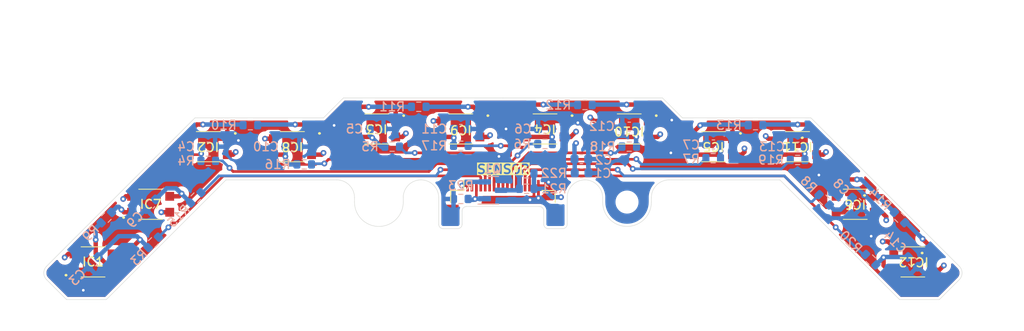
<source format=kicad_pcb>
(kicad_pcb (version 20240108) (generator "pcbnew") (generator_version "8.0")
  (layers (0 "F.Cu" signal) (1 "In1.Cu" signal) (2 "In2.Cu" signal) (31 "B.Cu" signal) (34 "B.Paste" user) (35 "F.Paste" user) (36 "B.SilkS" user "B.Silkscreen") (37 "F.SilkS" user "F.Silkscreen") (38 "B.Mask" user) (39 "F.Mask" user) (44 "Edge.Cuts" user))
  (net 0 "")
  (net 1 "+5V")
  (net 2 "GND")
  (net 3 "Net-(C3-Pad1)")
  (net 4 "Net-(C4-Pad1)")
  (net 5 "Net-(C5-Pad1)")
  (net 6 "Net-(C6-Pad1)")
  (net 7 "Net-(C7-Pad1)")
  (net 8 "Net-(C8-Pad1)")
  (net 9 "Net-(C9-Pad1)")
  (net 10 "Net-(C10-Pad1)")
  (net 11 "Net-(C11-Pad1)")
  (net 12 "Net-(C12-Pad1)")
  (net 13 "Net-(C13-Pad1)")
  (net 14 "Net-(C14-Pad1)")
  (net 15 "Net-(IC1-Pad4)")
  (net 16 "Net-(IC3-Pad4)")
  (net 17 "Net-(IC5-Pad4)")
  (net 18 "Net-(IC8-Pad1)")
  (net 19 "Net-(IC10-Pad1)")
  (net 20 "Net-(IC12-Pad1)")
  (net 21 "Net-(Q1-D)")
  (net 22 "SENSOR1")
  (net 23 "SENSOR3")
  (net 24 "SENSOR5")
  (net 25 "SENSOR7")
  (net 26 "SENSOR9")
  (net 27 "SENSOR11")
  (net 28 "SENSOR2")
  (net 29 "SENSOR4")
  (net 30 "SENSOR6")
  (net 31 "SENSOR8")
  (net 32 "SENSOR10")
  (net 33 "SENSOR12")
  (net 34 "LED_ON")
  (net 35 "Net-(IC2-Pad4)")
  (net 36 "Net-(IC4-Pad4)")
  (net 37 "Net-(IC6-Pad4)")
  (net 38 "Net-(IC7-Pad1)")
  (net 39 "Net-(IC9-Pad1)")
  (net 40 "Net-(IC11-Pad1)")
  (net 41 "Line_4")
  (footprint "Sensor_Optical:KTIR0711S" (layer "F.Cu") (at 67 65)
    (property "Reference" "IC1")
    (property "Value" "~")
  )
  (footprint "Sensor_Optical:KTIR0711S" (layer "F.Cu") (at 108.5 50 180)
    (property "Reference" "IC9")
    (property "Value" "~")
  )
  (footprint "Sensor_Optical:KTIR0711S" (layer "F.Cu") (at 99 50 180)
    (property "Reference" "IC3")
    (property "Value" "~")
  )
  (footprint "Sensor_Optical:KTIR0711S" (layer "F.Cu") (at 73.5 58.5)
    (property "Reference" "IC7")
    (property "Value" "~")
  )
  (footprint "Sensor_Optical:KTIR0711S" (layer "F.Cu") (at 127.5 50 180)
    (property "Reference" "IC10")
    (property "Value" "~")
  )
  (footprint "Sensor_Optical:KTIR0711S" (layer "F.Cu") (at 80 52 180)
    (property "Reference" "IC2")
    (property "Value" "~")
  )
  (footprint "Sensor_Optical:KTIR0711S" (layer "F.Cu") (at 153 58.5 180)
    (property "Reference" "IC6")
    (property "Value" "~")
  )
  (footprint "Sensor_Optical:KTIR0711S" (layer "F.Cu") (at 146.5 52 180)
    (property "Reference" "IC11")
    (property "Value" "~")
  )
  (footprint "Connector_FFC-FPC:Hirose_FH12-17S-0.5SH_1x17-1MP_P0.50mm_Horizontal" (layer "F.Cu") (at 113.25 58.25)
    (property "Reference" "SENSOR")
    (property "Value" "Conn_01x17")
  )
  (footprint "Sensor_Optical:KTIR0711S" (layer "F.Cu") (at 159.5 65 180)
    (property "Reference" "IC12")
    (property "Value" "~")
  )
  (footprint "Sensor_Optical:KTIR0711S" (layer "F.Cu") (at 118 50 180)
    (property "Reference" "IC4")
    (property "Value" "~")
  )
  (footprint "Sensor_Optical:KTIR0711S" (layer "F.Cu") (at 89.5 52 180)
    (property "Reference" "IC8")
    (property "Value" "~")
  )
  (footprint "Sensor_Optical:KTIR0711S" (layer "F.Cu") (at 137 52 180)
    (property "Reference" "IC5")
    (property "Value" "~")
  )
  (footprint "Capacitor_SMD:C_0603_1608Metric" (layer "B.Cu") (at 122.1 53.4 180)
    (property "Reference" "C2")
    (property "Value" "1.0u")
  )
  (footprint "NMOS_new:NMOS_SN" (layer "B.Cu") (at 112 57)
    (property "Reference" "Q1")
    (property "Value" "NMOS")
  )
  (footprint "Capacitor_SMD:C_0603_1608Metric" (layer "B.Cu") (at 122.125 54.975 180)
    (property "Reference" "C1")
    (property "Value" "0.1u")
  )
  (footprint "Resistor_SMD:R_0603_1608Metric" (layer "B.Cu") (at 73.8 62.8 45)
    (property "Reference" "R3")
    (property "Value" "220")
  )
  (footprint "Resistor_SMD:R_0603_1608Metric" (layer "B.Cu") (at 154.75 64.75 135)
    (property "Reference" "R20")
    (property "Value" "220")
  )
  (footprint "Resistor_SMD:R_0603_1608Metric" (layer "B.Cu") (at 115.925 56.75 180)
    (property "Reference" "R21")
    (property "Value" "47")
  )
  (footprint "Resistor_SMD:R_0603_1608Metric" (layer "B.Cu") (at 108.5 51.9)
    (property "Reference" "R17")
    (property "Value" "220")
  )
  (footprint "Resistor_SMD:R_0603_1608Metric" (layer "B.Cu") (at 122.5 47.3)
    (property "Reference" "R12")
    (property "Value" "39")
  )
  (footprint "Resistor_SMD:R_0603_1608Metric" (layer "B.Cu") (at 80 53.6)
    (property "Reference" "R4")
    (property "Value" "220")
  )
  (footprint "Capacitor_SMD:C_0603_1608Metric" (layer "B.Cu") (at 108.5 50)
    (property "Reference" "C11")
    (property "Value" "10n")
  )
  (footprint "Capacitor_SMD:C_0603_1608Metric" (layer "B.Cu") (at 137 51.75 180)
    (property "Reference" "C7")
    (property "Value" "10n")
  )
  (footprint "MountingHole:MountingHole_2.1mm" (layer "B.Cu") (at 127.25 58.25 180)
    (property "Reference" "REF**" (hide yes))
    (property "Value" "MountingHole_2.1mm" (hide yes))
  )
  (footprint "Resistor_SMD:R_0603_1608Metric" (layer "B.Cu") (at 100.75 52)
    (property "Reference" "R5")
    (property "Value" "220")
  )
  (footprint "Capacitor_SMD:C_0603_1608Metric" (layer "B.Cu") (at 118 50 180)
    (property "Reference" "C6")
    (property "Value" "10n")
  )
  (footprint "Resistor_SMD:R_0603_1608Metric" (layer "B.Cu") (at 141.75 49.575)
    (property "Reference" "R13")
    (property "Value" "39")
  )
  (footprint "Resistor_SMD:R_0603_1608Metric" (layer "B.Cu") (at 146.5 53.5 180)
    (property "Reference" "R19")
    (property "Value" "220")
  )
  (footprint "Resistor_SMD:R_0603_1608Metric" (layer "B.Cu") (at 103.75 47.5)
    (property "Reference" "R11")
    (property "Value" "39")
  )
  (footprint "Capacitor_SMD:C_0603_1608Metric" (layer "B.Cu") (at 67 65 -135)
    (property "Reference" "C3")
    (property "Value" "10n")
  )
  (footprint "Resistor_SMD:R_0603_1608Metric" (layer "B.Cu") (at 78.591637 57.758363 45)
    (property "Reference" "R15")
    (property "Value" "220")
  )
  (footprint "MountingHole:MountingHole_2.1mm" (layer "B.Cu") (at 99.25 58.25 180)
    (property "Reference" "REF**" (hide yes))
    (property "Value" "MountingHole_2.1mm" (hide yes))
  )
  (footprint "Capacitor_SMD:C_0603_1608Metric" (layer "B.Cu") (at 89.5 52)
    (property "Reference" "C10")
    (property "Value" "10n")
  )
  (footprint "Resistor_SMD:R_0603_1608Metric" (layer "B.Cu") (at 149.5 58 135)
    (property "Reference" "R8")
    (property "Value" "220")
  )
  (footprint "Resistor_SMD:R_0603_1608Metric" (layer "B.Cu") (at 158 60 -45)
    (property "Reference" "R14")
    (property "Value" "39")
  )
  (footprint "Resistor_SMD:R_0603_1608Metric" (layer "B.Cu") (at 90.825 54)
    (property "Reference" "R16")
    (property "Value" "220")
  )
  (footprint "Capacitor_SMD:C_0603_1608Metric" (layer "B.Cu") (at 80 52)
    (property "Reference" "C4")
    (property "Value" "10n")
  )
  (footprint "Capacitor_SMD:C_0603_1608Metric" (layer "B.Cu") (at 127.5 49.75 180)
    (property "Reference" "C12")
    (property "Value" "10n")
  )
  (footprint "Capacitor_SMD:C_0603_1608Metric" (layer "B.Cu") (at 99 50)
    (property "Reference" "C5")
    (property "Value" "10n")
  )
  (footprint "Resistor_SMD:R_0603_1608Metric" (layer "B.Cu") (at 68.5 60 45)
    (property "Reference" "R9")
    (property "Value" "39")
  )
  (footprint "Resistor_SMD:R_0603_1608Metric" (layer "B.Cu") (at 108.5 57.9)
    (property "Reference" "R23")
    (property "Value" "47K")
  )
  (footprint "Resistor_SMD:R_0603_1608Metric" (layer "B.Cu") (at 84.75 49.575)
    (property "Reference" "R10")
    (property "Value" "39")
  )
  (footprint "Resistor_SMD:R_0603_1608Metric" (layer "B.Cu") (at 127.5 52 180)
    (property "Reference" "R18")
    (property "Value" "220")
  )
  (footprint "Capacitor_SMD:C_0603_1608Metric" (layer "B.Cu") (at 73.5 58.5 -135)
    (property "Reference" "C9")
    (property "Value" "10n")
  )
  (footprint "Capacitor_SMD:C_0603_1608Metric" (layer "B.Cu") (at 146.525 52 180)
    (property "Reference" "C13")
    (property "Value" "10n")
  )
  (footprint "Capacitor_SMD:C_0603_1608Metric" (layer "B.Cu") (at 153.2 58.3 -45)
    (property "Reference" "C8")
    (property "Value" "10n")
  )
  (footprint "Resistor_SMD:R_0603_1608Metric" (layer "B.Cu") (at 115.925 55 180)
    (property "Reference" "R22")
    (property "Value" "47")
  )
  (footprint "Resistor_SMD:R_0603_1608Metric" (layer "B.Cu") (at 118 51.7 180)
    (property "Reference" "R6")
    (property "Value" "220")
  )
  (footprint "Capacitor_SMD:C_0603_1608Metric" (layer "B.Cu") (at 159.5 65 -45)
    (property "Reference" "C14")
    (property "Value" "10n")
  )
  (footprint "Resistor_SMD:R_0603_1608Metric" (layer "B.Cu") (at 136.975 53.3 180)
    (property "Reference" "R7")
    (property "Value" "220")
  )
  (gr_line (start 96.9 50.9) (end 97.1 50.9) (stroke (width 0.2)) (layer "F.Cu") (net 5))
  (gr_line (start 94.5 55.75) (end 93 55.75) (stroke (width 0.05)) (layer "Edge.Cuts"))
  (gr_arc (start 104 55.75) (mid 105.414214 56.335786) (end 106 57.75) (stroke (width 0.05)) (layer "Edge.Cuts"))
  (gr_line (start 93 48.75) (end 95.25 46.5) (stroke (width 0.05)) (layer "Edge.Cuts"))
  (gr_line (start 78.5 48.75) (end 93 48.75) (stroke (width 0.05)) (layer "Edge.Cuts"))
  (gr_line (start 96.5 58.25) (end 96.5 57.75) (stroke (width 0.05)) (layer "Edge.Cuts"))
  (gr_arc (start 117.353553 58.75) (mid 117.707137 58.89643) (end 117.853553 59.25) (stroke (width 0.05)) (layer "Edge.Cuts"))
  (gr_arc (start 102 57.75) (mid 102.585786 56.335786) (end 104 55.75) (stroke (width 0.05)) (layer "Edge.Cuts"))
  (gr_arc (start 122.5 55.75) (mid 123.914214 56.335786) (end 124.5 57.75) (stroke (width 0.05)) (layer "Edge.Cuts"))
  (gr_arc (start 164.75 65.5) (mid 165.06066 66.25) (end 164.75 67) (stroke (width 0.05)) (layer "Edge.Cuts"))
  (gr_line (start 133.5 48.75) (end 131.25 46.5) (stroke (width 0.05)) (layer "Edge.Cuts"))
  (gr_line (start 148 48.75) (end 164.75 65.5) (stroke (width 0.05)) (layer "Edge.Cuts"))
  (gr_line (start 144.5 55.75) (end 158 69.25) (stroke (width 0.05)) (layer "Edge.Cuts"))
  (gr_line (start 108.646447 59.253553) (end 108.646447 60.75) (stroke (width 0.05)) (layer "Edge.Cuts"))
  (gr_arc (start 118.353553 61.25) (mid 118.00003 61.103537) (end 117.853553 60.75) (stroke (width 0.05)) (layer "Edge.Cuts"))
  (gr_line (start 148 48.75) (end 133.5 48.75) (stroke (width 0.05)) (layer "Edge.Cuts"))
  (gr_line (start 130 57.75) (end 130 58.25) (stroke (width 0.05)) (layer "Edge.Cuts"))
  (gr_line (start 78.5 48.75) (end 61.75 65.5) (stroke (width 0.05)) (layer "Edge.Cuts"))
  (gr_line (start 133.5 55.75) (end 144.5 55.75) (stroke (width 0.05)) (layer "Edge.Cuts"))
  (gr_line (start 82 55.75) (end 68.5 69.25) (stroke (width 0.05)) (layer "Edge.Cuts"))
  (gr_line (start 64 69.25) (end 61.75 67) (stroke (width 0.05)) (layer "Edge.Cuts"))
  (gr_line (start 120.5 57.75) (end 120.5 60.75) (stroke (width 0.05)) (layer "Edge.Cuts"))
  (gr_arc (start 106.5 61.25) (mid 106.146447 61.103553) (end 106 60.75) (stroke (width 0.05)) (layer "Edge.Cuts"))
  (gr_arc (start 94.5 55.75) (mid 95.914214 56.335786) (end 96.5 57.75) (stroke (width 0.05)) (layer "Edge.Cuts"))
  (gr_line (start 120 61.25) (end 118.5 61.25) (stroke (width 0.05)) (layer "Edge.Cuts"))
  (gr_line (start 68.5 69.25) (end 64 69.25) (stroke (width 0.05)) (layer "Edge.Cuts"))
  (gr_arc (start 120.5 60.75) (mid 120.353553 61.103553) (end 120 61.25) (stroke (width 0.05)) (layer "Edge.Cuts"))
  (gr_line (start 124.5 58.25) (end 124.5 57.75) (stroke (width 0.05)) (layer "Edge.Cuts"))
  (gr_line (start 164.75 67) (end 162.5 69.25) (stroke (width 0.05)) (layer "Edge.Cuts"))
  (gr_arc (start 120.5 57.75) (mid 121.085786 56.335786) (end 122.5 55.75) (stroke (width 0.05)) (layer "Edge.Cuts"))
  (gr_arc (start 130 57.75) (mid 130.585786 56.335786) (end 132 55.75) (stroke (width 0.05)) (layer "Edge.Cuts"))
  (gr_line (start 95.25 46.5) (end 113.25 46.5) (stroke (width 0.05)) (layer "Edge.Cuts"))
  (gr_line (start 133.5 55.75) (end 132 55.75) (stroke (width 0.05)) (layer "Edge.Cuts"))
  (gr_arc (start 130 58.25) (mid 127.25 61) (end 124.5 58.25) (stroke (width 0.05)) (layer "Edge.Cuts"))
  (gr_line (start 108 61.25) (end 106.5 61.25) (stroke (width 0.05)) (layer "Edge.Cuts"))
  (gr_arc (start 108.646447 60.75) (mid 108.500003 61.10357) (end 108.146447 61.25) (stroke (width 0.05)) (layer "Edge.Cuts"))
  (gr_line (start 93 55.75) (end 82 55.75) (stroke (width 0.05)) (layer "Edge.Cuts"))
  (gr_line (start 106 57.75) (end 106 60.75) (stroke (width 0.05)) (layer "Edge.Cuts"))
  (gr_line (start 118.5 61.25) (end 118.353553 61.25) (stroke (width 0.05)) (layer "Edge.Cuts"))
  (gr_line (start 108 61.25) (end 108.146447 61.25) (stroke (width 0.05)) (layer "Edge.Cuts"))
  (gr_arc (start 108.646447 59.25) (mid 108.792896 58.896463) (end 109.146447 58.75) (stroke (width 0.05)) (layer "Edge.Cuts"))
  (gr_arc (start 102 58.25) (mid 99.25 61) (end 96.5 58.25) (stroke (width 0.05)) (layer "Edge.Cuts"))
  (gr_line (start 117.853553 60.75) (end 117.853553 59.25) (stroke (width 0.05)) (layer "Edge.Cuts"))
  (gr_line (start 109.146447 58.75) (end 117.353553 58.75) (stroke (width 0.05)) (layer "Edge.Cuts"))
  (gr_line (start 158 69.25) (end 162.5 69.25) (stroke (width 0.05)) (layer "Edge.Cuts"))
  (gr_line (start 131.25 46.5) (end 113.25 46.5) (stroke (width 0.05)) (layer "Edge.Cuts"))
  (gr_line (start 102 58.25) (end 102 57.75) (stroke (width 0.05)) (layer "Edge.Cuts"))
  (gr_arc (start 61.75 67) (mid 61.43934 66.25) (end 61.75 65.5) (stroke (width 0.05)) (layer "Edge.Cuts"))
  (segment (start 116.75 57.55) (end 116.3 58) (width 0.3) (layer "F.Cu") (net 1))
  (segment (start 116.75 56.4) (end 116.75 57.55) (width 0.3) (layer "F.Cu") (net 1))
  (segment (start 117.25 56.4) (end 116.75 56.4) (width 0.3) (layer "F.Cu") (net 1))
  (segment (start 117.25 57.8) (end 117.25 56.4) (width 0.3) (layer "F.Cu") (net 1))
  (segment (start 117.8 57.8) (end 118.4 57.2) (width 0.3) (layer "F.Cu") (net 1))
  (segment (start 117.25 57.8) (end 117.8 57.8) (width 0.3) (layer "F.Cu") (net 1))
  (segment (start 118.4 57.2) (end 118.4 56) (width 0.3) (layer "F.Cu") (net 1))
  (via (at 132.2 52.7) (size 0.65) (drill 0.3) (layers "F.Cu" "B.Cu") (net 1))
  (via (at 117.25 57.8) (size 0.65) (drill 0.3) (layers "F.Cu" "B.Cu") (net 1))
  (via (at 113.6 50) (size 0.65) (drill 0.3) (layers "F.Cu" "B.Cu") (net 1))
  (via (at 83.4 51.3) (size 0.6) (drill 0.3) (layers "F.Cu" "B.Cu") (net 1))
  (via (at 132.3 49) (size 0.65) (drill 0.3) (layers "F.Cu" "B.Cu") (net 1))
  (via (at 116.3 58) (size 0.65) (drill 0.3) (layers "F.Cu" "B.Cu") (net 1))
  (via (at 112.8 53.1) (size 0.65) (drill 0.3) (layers "F.Cu" "B.Cu") (net 1))
  (via (at 154.8 62.1) (size 0.65) (drill 0.3) (layers "F.Cu" "B.Cu") (net 1))
  (via (at 148.9 55.2) (size 0.65) (drill 0.3) (layers "F.Cu" "B.Cu") (net 1))
  (via (at 94.2 49.6) (size 0.65) (drill 0.3) (layers "F.Cu" "B.Cu") (net 1))
  (via (at 121.7 49.3) (size 0.65) (drill 0.3) (layers "F.Cu" "B.Cu") (net 1))
  (via (at 118.4 56) (size 0.6) (drill 0.3) (layers "F.Cu" "B.Cu") (net 1))
  (via (at 65.9 68.2) (size 0.6) (drill 0.3) (layers "F.Cu" "B.Cu") (net 1))
  (segment (start 108.625 56.4) (end 109.25 56.4) (width 0.3) (layer "F.Cu") (net 2))
  (segment (start 156 59.4) (end 156.3 59.7) (width 0.5) (layer "F.Cu") (net 2))
  (segment (start 102.3 50.5) (end 101.9 50.9) (width 0.5) (layer "F.Cu") (net 2))
  (segment (start 91.65 52.9) (end 92.8 52.9) (width 0.5) (layer "F.Cu") (net 2))
  (segment (start 70.4 57.91066) (end 70.40533 57.90533) (width 0.5) (layer "F.Cu") (net 2))
  (segment (start 148.65 52.9) (end 149.4 52.9) (width 0.5) (layer "F.Cu") (net 2))
  (segment (start 70.41066 57.9) (end 70.4 57.9) (width 0.5) (layer "F.Cu") (net 2))
  (segment (start 155.15 59.4) (end 156 59.4) (width 0.5) (layer "F.Cu") (net 2))
  (segment (start 161.65 65.9) (end 162.5 65.9) (width 0.5) (layer "F.Cu") (net 2))
  (segment (start 101.9 50.9) (end 101.15 50.9) (width 0.5) (layer "F.Cu") (net 2))
  (segment (start 140.2 52.9) (end 140.5 52.6) (width 0.5) (layer "F.Cu") (net 2))
  (segment (start 120.9 50.9) (end 120.15 50.9) (width 0.5) (layer "F.Cu") (net 2))
  (segment (start 64.85 64.099999) (end 64.210661 64.099999) (width 0.5) (layer "F.Cu") (net 2))
  (segment (start 156.3 59.7) (end 156.5 59.9) (width 0.5) (layer "F.Cu") (net 2))
  (segment (start 63.8 64.51066) (end 63.75533 64.55533) (width 0.5) (layer "F.Cu") (net 2))
  (segment (start 129.65 50.9) (end 130.7 50.9) (width 0.5) (layer "F.Cu") (net 2))
  (segment (start 130.7 50.9) (end 131 50.6) (width 0.5) (layer "F.Cu") (net 2))
  (segment (start 64.210661 64.099999) (end 63.81066 64.5) (width 0.5) (layer "F.Cu") (net 2))
  (segment (start 139.15 52.9) (end 140.2 52.9) (width 0.5) (layer "F.Cu") (net 2))
  (segment (start 140.5 52.6) (end 140.5 52.2) (width 0.5) (layer "F.Cu") (net 2))
  (segment (start 149.4 52.9) (end 149.7 52.6) (width 0.5) (layer "F.Cu") (net 2))
  (segment (start 92.8 52.9) (end 93 52.7) (width 0.5) (layer "F.Cu") (net 2))
  (segment (start 121.5 50.3) (end 120.9 50.9) (width 0.5) (layer "F.Cu") (net 2))
  (segment (start 63.8 64.5) (end 63.8 64.51066) (width 0.5) (layer "F.Cu") (net 2))
  (segment (start 111.6 50.9) (end 111.8 50.7) (width 0.5) (layer "F.Cu") (net 2))
  (segment (start 63.81066 64.5) (end 63.8 64.5) (width 0.5) (layer "F.Cu") (net 2))
  (segment (start 109.25 56.4) (end 109.75 56.4) (width 0.3) (layer "F.Cu") (net 2))
  (segment (start 70.4 57.9) (end 70.4 57.91066) (width 0.5) (layer "F.Cu") (net 2))
  (segment (start 156.5 59.9) (end 156.5 60.3) (width 0.5) (layer "F.Cu") (net 2))
  (segment (start 110.65 50.9) (end 111.6 50.9) (width 0.5) (layer "F.Cu") (net 2))
  (segment (start 82.15 52.900001) (end 82.799999 52.900001) (width 0.5) (layer "F.Cu") (net 2))
  (segment (start 162.5 65.9) (end 163 65.4) (width 0.5) (layer "F.Cu") (net 2))
  (segment (start 71.35 57.6) (end 70.71066 57.6) (width 0.5) (layer "F.Cu") (net 2))
  (segment (start 70.71066 57.6) (end 70.41066 57.9) (width 0.5) (layer "F.Cu") (net 2))
  (segment (start 82.799999 52.900001) (end 83.1 52.6) (width 0.5) (layer "F.Cu") (net 2))
  (via (at 163 65.4) (size 0.65) (drill 0.3) (layers "F.Cu" "B.Cu") (net 2))
  (via (at 131 50.6) (size 0.65) (drill 0.3) (layers "F.Cu" "B.Cu") (net 2))
  (via (at 83.1 52.6) (size 0.65) (drill 0.3) (layers "F.Cu" "B.Cu") (net 2))
  (via (at 102.3 50.5) (size 0.65) (drill 0.3) (layers "F.Cu" "B.Cu") (net 2))
  (via (at 111.8 50.7) (size 0.65) (drill 0.3) (layers "F.Cu" "B.Cu") (net 2))
  (via (at 121.5 51.6) (size 0.65) (drill 0.3) (layers "F.Cu" "B.Cu") (net 2))
  (via (at 156.5 60.3) (size 0.65) (drill 0.3) (layers "F.Cu" "B.Cu") (net 2))
  (via (at 121.5 50.3) (size 0.65) (drill 0.3) (layers "F.Cu" "B.Cu") (net 2))
  (via (at 63.8 64.5) (size 0.65) (drill 0.3) (layers "F.Cu" "B.Cu") (net 2))
  (via (at 140.5 52.2) (size 0.65) (drill 0.3) (layers "F.Cu" "B.Cu") (net 2))
  (via (at 108.625 56.4) (size 0.65) (drill 0.3) (layers "F.Cu" "B.Cu") (net 2))
  (via (at 149.7 52.6) (size 0.65) (drill 0.3) (layers "F.Cu" "B.Cu") (net 2))
  (via (at 93 52.7) (size 0.65) (drill 0.3) (layers "F.Cu" "B.Cu") (net 2))
  (via (at 70.4 57.9) (size 0.65) (drill 0.3) (layers "F.Cu" "B.Cu") (net 2))
  (segment (start 121.5 51.6) (end 121.325 51.775) (width 0.5) (layer "B.Cu") (net 2))
  (segment (start 121.35 54.975) (end 121.35 53.425) (width 0.5) (layer "B.Cu") (net 2))
  (segment (start 111.1745 55.972) (end 109.053 55.972) (width 0.5) (layer "B.Cu") (net 2))
  (segment (start 121.325 51.775) (end 121.325 53.4) (width 0.5) (layer "B.Cu") (net 2))
  (segment (start 109.053 55.972) (end 108.625 56.4) (width 0.5) (layer "B.Cu") (net 2))
  (segment (start 69.15 64.099999) (end 70.700001 64.099999) (width 0.5) (layer "F.Cu") (net 3))
  (segment (start 70.700001 64.099999) (end 72.3 62.5) (width 0.5) (layer "F.Cu") (net 3))
  (via (at 72.3 62.5) (size 0.65) (drill 0.3) (layers "F.Cu" "B.Cu") (net 3))
  (segment (start 67.548008 64.451992) (end 69.9 62.1) (width 0.5) (layer "B.Cu") (net 3))
  (segment (start 72.3 62.5) (end 72.333452 62.5) (width 0.5) (layer "B.Cu") (net 3))
  (segment (start 71.933452 62.1) (end 72.3 62.466548) (width 0.5) (layer "B.Cu") (net 3))
  (segment (start 72.333452 62.5) (end 73.166726 63.333274) (width 0.5) (layer "B.Cu") (net 3))
  (segment (start 69.9 62.1) (end 71.933452 62.1) (width 0.5) (layer "B.Cu") (net 3))
  (segment (start 72.3 62.466548) (end 72.3 62.5) (width 0.5) (layer "B.Cu") (net 3))
  (segment (start 77.85 52.900001) (end 79.099999 52.900001) (width 0.3) (layer "F.Cu") (net 4))
  (segment (start 79.099999 52.900001) (end 79.2 52.8) (width 0.3) (layer "F.Cu") (net 4))
  (via (at 79.2 52.8) (size 0.65) (drill 0.3) (layers "F.Cu" "B.Cu") (net 4))
  (segment (start 79.2 52.8) (end 79.175 52.775) (width 0.3) (layer "B.Cu") (net 4))
  (segment (start 79.175 52.05) (end 79.225 52) (width 0.3) (layer "B.Cu") (net 4))
  (segment (start 79.175 52.825) (end 79.2 52.8) (width 0.3) (layer "B.Cu") (net 4))
  (segment (start 79.175 53.6) (end 79.175 52.825) (width 0.3) (layer "B.Cu") (net 4))
  (segment (start 79.175 52.775) (end 79.175 52.05) (width 0.3) (layer "B.Cu") (net 4))
  (segment (start 97.1 50.9) (end 98.4 50.9) (width 0.5) (layer "F.Cu") (net 5))
  (segment (start 98.4 50.9) (end 98.5 51) (width 0.5) (layer "F.Cu") (net 5))
  (via (at 98.5 51) (size 0.65) (drill 0.3) (layers "F.Cu" "B.Cu") (net 5))
  (segment (start 98.5 51) (end 98.225 50.725) (width 0.5) (layer "B.Cu") (net 5))
  (segment (start 99.925 52) (end 99.5 52) (width 0.5) (layer "B.Cu") (net 5))
  (segment (start 98.225 50.725) (end 98.225 50) (width 0.5) (layer "B.Cu") (net 5))
  (segment (start 99.5 52) (end 98.5 51) (width 0.5) (layer "B.Cu") (net 5))
  (segment (start 115.85 50.9) (end 118.8 50.9) (width 0.5) (layer "F.Cu") (net 6))
  (via (at 118.8 50.9) (size 0.65) (drill 0.3) (layers "F.Cu" "B.Cu") (net 6))
  (segment (start 118.775 50) (end 118.775 50.875) (width 0.5) (layer "B.Cu") (net 6))
  (segment (start 118.8 50.9) (end 118.775 50.925) (width 0.5) (layer "B.Cu") (net 6))
  (segment (start 118.775 50.925) (end 118.775 51.65) (width 0.5) (layer "B.Cu") (net 6))
  (segment (start 118.775 50.875) (end 118.8 50.9) (width 0.5) (layer "B.Cu") (net 6))
  (segment (start 134.85 52.9) (end 137.4 52.9) (width 0.5) (layer "F.Cu") (net 7))
  (segment (start 137.4 52.9) (end 137.8 52.5) (width 0.5) (layer "F.Cu") (net 7))
  (via (at 137.8 52.5) (size 0.65) (drill 0.3) (layers "F.Cu" "B.Cu") (net 7))
  (segment (start 137.8 52.5) (end 137.775 52.525) (width 0.5) (layer "B.Cu") (net 7))
  (segment (start 137.775 52.475) (end 137.8 52.5) (width 0.5) (layer "B.Cu") (net 7))
  (segment (start 137.775 51.75) (end 137.775 52.475) (width 0.5) (layer "B.Cu") (net 7))
  (segment (start 137.775 52.525) (end 137.775 53.275) (width 0.5) (layer "B.Cu") (net 7))
  (segment (start 152.014492 58.414492) (end 152.014492 59.085508) (width 0.5) (layer "F.Cu") (net 8))
  (segment (start 152.014492 59.085508) (end 151.7 59.4) (width 0.5) (layer "F.Cu") (net 8))
  (segment (start 151.7 59.4) (end 150.85 59.4) (width 0.5) (layer "F.Cu") (net 8))
  (via (at 152.014492 58.414492) (size 0.65) (drill 0.3) (layers "F.Cu" "B.Cu") (net 8))
  (segment (start 152.014492 58.414492) (end 152.476992 57.951992) (width 0.5) (layer "B.Cu") (net 8))
  (segment (start 152.014492 58.414492) (end 151.328984 59.1) (width 0.5) (layer "B.Cu") (net 8))
  (segment (start 150.6 59.1) (end 150.083363 58.583363) (width 0.5) (layer "B.Cu") (net 8))
  (segment (start 151.328984 59.1) (end 150.6 59.1) (width 0.5) (layer "B.Cu") (net 8))
  (segment (start 75.65 57.6) (end 76.7 57.6) (width 0.5) (layer "F.Cu") (net 9))
  (segment (start 76.7 57.6) (end 77 57.3) (width 0.5) (layer "F.Cu") (net 9))
  (via (at 77 57.3) (size 0.65) (drill 0.3) (layers "F.Cu" "B.Cu") (net 9))
  (segment (start 74.048008 57.951992) (end 75.3 56.7) (width 0.5) (layer "B.Cu") (net 9))
  (segment (start 76.366548 56.7) (end 76.966548 57.3) (width 0.5) (layer "B.Cu") (net 9))
  (segment (start 77 57.3) (end 77 57.333452) (width 0.5) (layer "B.Cu") (net 9))
  (segment (start 76.966548 57.3) (end 77 57.3) (width 0.5) (layer "B.Cu") (net 9))
  (segment (start 77 57.333452) (end 78.083274 58.416726) (width 0.5) (layer "B.Cu") (net 9))
  (segment (start 75.3 56.7) (end 76.366548 56.7) (width 0.5) (layer "B.Cu") (net 9))
  (segment (start 87.35 52.9) (end 88.5 52.9) (width 0.5) (layer "F.Cu") (net 10))
  (segment (start 88.5 52.9) (end 88.7 53.1) (width 0.5) (layer "F.Cu") (net 10))
  (via (at 88.7 53.1) (size 0.65) (drill 0.3) (layers "F.Cu" "B.Cu") (net 10))
  (segment (start 88.725 53.075) (end 88.725 52) (width 0.5) (layer "B.Cu") (net 10))
  (segment (start 88.7 53.1) (end 88.725 53.075) (width 0.5) (layer "B.Cu") (net 10))
  (segment (start 88.725 53.125) (end 88.7 53.1) (width 0.5) (layer "B.Cu") (net 10))
  (segment (start 90 54) (end 89.2 54) (width 0.5) (layer "B.Cu") (net 10))
  (segment (start 88.725 53.525) (end 88.725 53.125) (width 0.5) (layer "B.Cu") (net 10))
  (segment (start 89.2 54) (end 88.725 53.525) (width 0.5) (layer "B.Cu") (net 10))
  (segment (start 107.6 50.9) (end 107.7 51) (width 0.5) (layer "F.Cu") (net 11))
  (segment (start 106.35 50.9) (end 107.6 50.9) (width 0.5) (layer "F.Cu") (net 11))
  (via (at 107.7 51) (size 0.65) (drill 0.3) (layers "F.Cu" "B.Cu") (net 11))
  (segment (start 107.725 50.975) (end 107.7 51) (width 0.5) (layer "B.Cu") (net 11))
  (segment (start 107.725 50) (end 107.725 50.975) (width 0.5) (layer "B.Cu") (net 11))
  (segment (start 107.7 51) (end 107.725 51.025) (width 0.5) (layer "B.Cu") (net 11))
  (segment (start 107.725 51.025) (end 107.725 51.85) (width 0.5) (layer "B.Cu") (net 11))
  (segment (start 125.35 50.9) (end 128.3 50.9) (width 0.5) (layer "F.Cu") (net 12))
  (via (at 128.3 50.9) (size 0.65) (drill 0.3) (layers "F.Cu" "B.Cu") (net 12))
  (segment (start 128.3 50.9) (end 128.275 50.925) (width 0.5) (layer "B.Cu") (net 12))
  (segment (start 128.275 49.75) (end 128.275 50.875) (width 0.5) (layer "B.Cu") (net 12))
  (segment (start 128.275 50.925) (end 128.275 51.95) (width 0.5) (layer "B.Cu") (net 12))
  (segment (start 128.275 50.875) (end 128.3 50.9) (width 0.5) (layer "B.Cu") (net 12))
  (segment (start 147.2 52.9) (end 147.3 52.8) (width 0.5) (layer "F.Cu") (net 13))
  (segment (start 144.35 52.9) (end 147.2 52.9) (width 0.5) (layer "F.Cu") (net 13))
  (via (at 147.3 52.8) (size 0.65) (drill 0.3) (layers "F.Cu" "B.Cu") (net 13))
  (segment (start 147.3 52.8) (end 147.3 53.475) (width 0.5) (layer "B.Cu") (net 13))
  (segment (start 147.3 52) (end 147.3 52.8) (width 0.5) (layer "B.Cu") (net 13))
  (segment (start 156.2 65.4) (end 156.2 64.5) (width 0.5) (layer "F.Cu") (net 14))
  (segment (start 156.7 65.9) (end 156.2 65.4) (width 0.5) (layer "F.Cu") (net 14))
  (segment (start 157.35 65.9) (end 156.7 65.9) (width 0.5) (layer "F.Cu") (net 14))
  (via (at 156.2 64.5) (size 0.65) (drill 0.3) (layers "F.Cu" "B.Cu") (net 14))
  (segment (start 156.2 64.5) (end 156.166726 64.5) (width 0.5) (layer "B.Cu") (net 14))
  (segment (start 156.166726 64.5) (end 155.333363 65.333363) (width 0.5) (layer "B.Cu") (net 14))
  (segment (start 158.951992 64.451992) (end 156.214734 64.451992) (width 0.5) (layer "B.Cu") (net 14))
  (segment (start 156.214734 64.451992) (end 156.2 64.466726) (width 0.5) (layer "B.Cu") (net 14))
  (segment (start 156.2 64.466726) (end 156.2 64.5) (width 0.5) (layer "B.Cu") (net 14))
  (segment (start 67.3 62.5) (end 67.3 64.050001) (width 0.5) (layer "F.Cu") (net 15))
  (segment (start 67.3 64.050001) (end 69.15 65.900001) (width 0.5) (layer "F.Cu") (net 15))
  (via (at 67.3 62.5) (size 0.65) (drill 0.3) (layers "F.Cu" "B.Cu") (net 15))
  (segment (start 67.3 61.2) (end 67.916637 60.583363) (width 0.5) (layer "B.Cu") (net 15))
  (segment (start 67.3 62.5) (end 67.3 61.2) (width 0.5) (layer "B.Cu") (net 15))
  (segment (start 96.85 47.95) (end 96.85 49.1) (width 0.5) (layer "F.Cu") (net 16))
  (segment (start 98.1 47.5) (end 97.3 47.5) (width 0.5) (layer "F.Cu") (net 16))
  (segment (start 97.3 47.5) (end 96.85 47.95) (width 0.5) (layer "F.Cu") (net 16))
  (via (at 98.1 47.5) (size 0.65) (drill 0.3) (layers "F.Cu" "B.Cu") (net 16))
  (segment (start 102.925 47.5) (end 98.1 47.5) (width 0.5) (layer "B.Cu") (net 16))
  (segment (start 134.85 51.1) (end 134.85 50.25) (width 0.5) (layer "F.Cu") (net 17))
  (segment (start 134.85 50.25) (end 135.5 49.6) (width 0.5) (layer "F.Cu") (net 17))
  (via (at 135.5 49.6) (size 0.65) (drill 0.3) (layers "F.Cu" "B.Cu") (net 17))
  (segment (start 135.6 49.5) (end 140.925 49.5) (width 0.5) (layer "B.Cu") (net 17))
  (segment (start 135.5 49.6) (end 135.6 49.5) (width 0.5) (layer "B.Cu") (net 17))
  (segment (start 89.8 49.5) (end 91.2 49.5) (width 0.5) (layer "F.Cu") (net 18))
  (segment (start 91.65 49.95) (end 91.65 51.1) (width 0.5) (layer "F.Cu") (net 18))
  (segment (start 91.2 49.5) (end 91.65 49.95) (width 0.5) (layer "F.Cu") (net 18))
  (via (at 89.8 49.5) (size 0.65) (drill 0.3) (layers "F.Cu" "B.Cu") (net 18))
  (segment (start 85.575 49.5) (end 89.8 49.5) (width 0.5) (layer "B.Cu") (net 18))
  (segment (start 129.65 48.15) (end 129.65 49.1) (width 0.5) (layer "F.Cu") (net 19))
  (segment (start 127.2 47.25) (end 128.75 47.25) (width 0.5) (layer "F.Cu") (net 19))
  (segment (start 128.75 47.25) (end 129.65 48.15) (width 0.5) (layer "F.Cu") (net 19))
  (via (at 127.2 47.25) (size 0.65) (drill 0.3) (layers "F.Cu" "B.Cu") (net 19))
  (segment (start 127.2 47.25) (end 123.325 47.25) (width 0.5) (layer "B.Cu") (net 19))
  (segment (start 161.65 64.1) (end 161.65 63.45) (width 0.5) (layer "F.Cu") (net 20))
  (segment (start 161.65 63.45) (end 160.6 62.4) (width 0.5) (layer "F.Cu") (net 20))
  (via (at 160.6 62.4) (size 0.65) (drill 0.3) (layers "F.Cu" "B.Cu") (net 20))
  (segment (start 158.783363 60.583363) (end 160.6 62.4) (width 0.5) (layer "B.Cu") (net 20))
  (segment (start 114.928 56.922) (end 115.1 56.75) (width 0.5) (layer "B.Cu") (net 21))
  (segment (start 113.0495 56.922) (end 114.928 56.922) (width 0.5) (layer "B.Cu") (net 21))
  (segment (start 115.1 56.75) (end 115.1 55) (width 0.5) (layer "B.Cu") (net 21))
  (segment (start 76 60.6) (end 76.4 60.6) (width 0.3) (layer "F.Cu") (net 22))
  (segment (start 110.75 55.45) (end 110.75 56.4) (width 0.3) (layer "F.Cu") (net 22))
  (segment (start 75.5 61.1) (end 76 60.6) (width 0.3) (layer "F.Cu") (net 22))
  (segment (start 76.4 60.6) (end 81.7 55.3) (width 0.3) (layer "F.Cu") (net 22))
  (segment (start 110.6 55.3) (end 110.75 55.45) (width 0.3) (layer "F.Cu") (net 22))
  (segment (start 81.7 55.3) (end 110.6 55.3) (width 0.3) (layer "F.Cu") (net 22))
  (via (at 75.5 61.1) (size 0.65) (drill 0.3) (layers "F.Cu" "B.Cu") (net 22))
  (segment (start 75.5 61.1) (end 74.383363 62.216637) (width 0.3) (layer "B.Cu") (net 22))
  (segment (start 110.639214 53.925) (end 105.775 53.925) (width 0.3) (layer "F.Cu") (net 23))
  (segment (start 111.75 56.4) (end 111.75 55.035786) (width 0.3) (layer "F.Cu") (net 23))
  (segment (start 111.75 55.035786) (end 110.639214 53.925) (width 0.3) (layer "F.Cu") (net 23))
  (segment (start 105.775 53.925) (end 104.9 54.8) (width 0.3) (layer "F.Cu") (net 23))
  (segment (start 104.9 54.8) (end 82.8 54.8) (width 0.3) (layer "F.Cu") (net 23))
  (segment (start 82.8 54.8) (end 82.4 54.4) (width 0.3) (layer "F.Cu") (net 23))
  (via (at 82.4 54.4) (size 0.65) (drill 0.3) (layers "F.Cu" "B.Cu") (net 23))
  (segment (start 81.6 53.6) (end 82.4 54.4) (width 0.3) (layer "B.Cu") (net 23))
  (segment (start 80.825 53.6) (end 81.6 53.6) (width 0.3) (layer "B.Cu") (net 23))
  (segment (start 110.828427 52.7) (end 103.3 52.7) (width 0.3) (layer "F.Cu") (net 24))
  (segment (start 112.75 56.4) (end 112.75 54.621573) (width 0.3) (layer "F.Cu") (net 24))
  (segment (start 103.3 52.7) (end 103.2 52.7) (width 0.3) (layer "F.Cu") (net 24))
  (segment (start 112.75 54.621573) (end 110.828427 52.7) (width 0.3) (layer "F.Cu") (net 24))
  (via (at 103.3 52.7) (size 0.65) (drill 0.3) (layers "F.Cu" "B.Cu") (net 24))
  (segment (start 102.275 52.7) (end 101.575 52) (width 0.3) (layer "B.Cu") (net 24))
  (segment (start 103.3 52.7) (end 102.275 52.7) (width 0.3) (layer "B.Cu") (net 24))
  (segment (start 114.9 53) (end 113.75 54.15) (width 0.3) (layer "F.Cu") (net 25))
  (segment (start 113.75 54.15) (end 113.75 56.4) (width 0.3) (layer "F.Cu") (net 25))
  (via (at 114.9 53) (size 0.65) (drill 0.3) (layers "F.Cu" "B.Cu") (net 25))
  (segment (start 117.175 51.7) (end 116.2 51.7) (width 0.3) (layer "B.Cu") (net 25))
  (segment (start 116.2 51.7) (end 114.9 53) (width 0.3) (layer "B.Cu") (net 25))
  (segment (start 128.275 53.425) (end 128.3 53.4) (width 0.3) (layer "F.Cu") (net 26))
  (segment (start 116.153679 53.425) (end 128.275 53.425) (width 0.3) (layer "F.Cu") (net 26))
  (segment (start 114.75 54.828679) (end 116.153679 53.425) (width 0.3) (layer "F.Cu") (net 26))
  (segment (start 114.75 56.4) (end 114.75 54.828679) (width 0.3) (layer "F.Cu") (net 26))
  (segment (start 128.3 53.4) (end 128.325 53.425) (width 0.3) (layer "F.Cu") (net 26))
  (via (at 128.3 53.4) (size 0.65) (drill 0.3) (layers "F.Cu" "B.Cu") (net 26))
  (segment (start 128.9 54) (end 135.45 54) (width 0.3) (layer "B.Cu") (net 26))
  (segment (start 128.3 53.4) (end 128.9 54) (width 0.3) (layer "B.Cu") (net 26))
  (segment (start 135.45 54) (end 136.15 53.3) (width 0.3) (layer "B.Cu") (net 26))
  (segment (start 115.75 55.242893) (end 115.75 56.4) (width 0.3) (layer "F.Cu") (net 27))
  (segment (start 126.2 54.6) (end 116.392893 54.6) (width 0.3) (layer "F.Cu") (net 27))
  (segment (start 116.392893 54.6) (end 115.75 55.242893) (width 0.3) (layer "F.Cu") (net 27))
  (via (at 126.2 54.6) (size 0.65) (drill 0.3) (layers "F.Cu" "B.Cu") (net 27))
  (segment (start 148.133274 58.2) (end 147.9 58.2) (width 0.3) (layer "B.Cu") (net 27))
  (segment (start 145 55.3) (end 126.9 55.3) (width 0.3) (layer "B.Cu") (net 27))
  (segment (start 148.916637 57.416637) (end 148.133274 58.2) (width 0.3) (layer "B.Cu") (net 27))
  (segment (start 147.9 58.2) (end 145 55.3) (width 0.3) (layer "B.Cu") (net 27))
  (segment (start 126.9 55.3) (end 126.2 54.6) (width 0.3) (layer "B.Cu") (net 27))
  (segment (start 110.607107 54.6) (end 111.25 55.242893) (width 0.3) (layer "F.Cu") (net 28))
  (segment (start 111.25 55.242893) (end 111.25 56.4) (width 0.3) (layer "F.Cu") (net 28))
  (segment (start 106.2 54.6) (end 110.607107 54.6) (width 0.3) (layer "F.Cu") (net 28))
  (via (at 106.2 54.6) (size 0.65) (drill 0.3) (layers "F.Cu" "B.Cu") (net 28))
  (segment (start 105.708289 55.291711) (end 106.2 54.6) (width 0.3) (layer "B.Cu") (net 28))
  (segment (start 81.208289 55.291711) (end 105.708289 55.291711) (width 0.3) (layer "B.Cu") (net 28))
  (segment (start 79.25 57.25) (end 81.208289 55.291711) (width 0.3) (layer "B.Cu") (net 28))
  (segment (start 93.575 53.425) (end 110.846321 53.425) (width 0.3) (layer "F.Cu") (net 29))
  (segment (start 110.846321 53.425) (end 112.25 54.828679) (width 0.3) (layer "F.Cu") (net 29))
  (segment (start 93.1 53.9) (end 93.575 53.425) (width 0.3) (layer "F.Cu") (net 29))
  (segment (start 112.25 54.828679) (end 112.25 56.4) (width 0.3) (layer "F.Cu") (net 29))
  (via (at 93.1 53.9) (size 0.65) (drill 0.3) (layers "F.Cu" "B.Cu") (net 29))
  (segment (start 91.65 54) (end 91.725 53.925) (width 0.3) (layer "B.Cu") (net 29))
  (segment (start 91.725 53.925) (end 93.075 53.925) (width 0.3) (layer "B.Cu") (net 29))
  (segment (start 93.1 53.9) (end 93.125 53.925) (width 0.3) (layer "B.Cu") (net 29))
  (segment (start 93.075 53.925) (end 93.1 53.9) (width 0.3) (layer "B.Cu") (net 29))
  (segment (start 113.25 53.85) (end 113.8 53.3) (width 0.3) (layer "F.Cu") (net 30))
  (segment (start 113.8 51.9) (end 113 51.9) (width 0.3) (layer "F.Cu") (net 30))
  (segment (start 114.1 52.2) (end 113.8 51.9) (width 0.3) (layer "F.Cu") (net 30))
  (segment (start 113.8 53.3) (end 114.1 53) (width 0.3) (layer "F.Cu") (net 30))
  (segment (start 113.25 56.4) (end 113.25 53.85) (width 0.3) (layer "F.Cu") (net 30))
  (segment (start 114.1 52.6) (end 114.1 52.2) (width 0.3) (layer "F.Cu") (net 30))
  (segment (start 114.1 53) (end 114.1 52.6) (width 0.3) (layer "F.Cu") (net 30))
  (via (at 113 51.9) (size 0.65) (drill 0.3) (layers "F.Cu" "B.Cu") (net 30))
  (segment (start 109.325 51.9) (end 113 51.9) (width 0.3) (layer "B.Cu") (net 30))
  (segment (start 116.171573 52.7) (end 114.25 54.621573) (width 0.3) (layer "F.Cu") (net 31))
  (segment (start 114.25 54.621573) (end 114.25 56.4) (width 0.3) (layer "F.Cu") (net 31))
  (segment (start 125.39302 52.7) (end 116.171573 52.7) (width 0.3) (layer "F.Cu") (net 31))
  (segment (start 125.4 52.70698) (end 125.39302 52.7) (width 0.3) (layer "F.Cu") (net 31))
  (via (at 125.4 52.70698) (size 0.65) (drill 0.3) (layers "F.Cu" "B.Cu") (net 31))
  (segment (start 125.4 52.70698) (end 125.96802 52.70698) (width 0.3) (layer "B.Cu") (net 31))
  (segment (start 125.96802 52.70698) (end 126.675 52) (width 0.3) (layer "B.Cu") (net 31))
  (segment (start 116.360786 53.925) (end 115.25 55.035786) (width 0.3) (layer "F.Cu") (net 32))
  (segment (start 115.25 55.035786) (end 115.25 56.4) (width 0.3) (layer "F.Cu") (net 32))
  (segment (start 127.9 54.5) (end 127.325 53.925) (width 0.3) (layer "F.Cu") (net 32))
  (segment (start 127.325 53.925) (end 116.360786 53.925) (width 0.3) (layer "F.Cu") (net 32))
  (via (at 127.9 54.5) (size 0.65) (drill 0.3) (layers "F.Cu" "B.Cu") (net 32))
  (segment (start 144.675 54.5) (end 127.9 54.5) (width 0.3) (layer "B.Cu") (net 32))
  (segment (start 145.675 53.5) (end 144.675 54.5) (width 0.3) (layer "B.Cu") (net 32))
  (segment (start 116.25 55.45) (end 116.4 55.3) (width 0.3) (layer "F.Cu") (net 33))
  (segment (start 116.4 55.3) (end 145 55.3) (width 0.3) (layer "F.Cu") (net 33))
  (segment (start 116.25 56.4) (end 116.25 55.45) (width 0.3) (layer "F.Cu") (net 33))
  (segment (start 145 55.3) (end 150.8 61.1) (width 0.3) (layer "F.Cu") (net 33))
  (via (at 150.8 61.1) (size 0.65) (drill 0.3) (layers "F.Cu" "B.Cu") (net 33))
  (segment (start 150.8 61.1) (end 153.866637 64.166637) (width 0.3) (layer "B.Cu") (net 33))
  (segment (start 110.25 57.75) (end 110.1 57.9) (width 0.3) (layer "F.Cu") (net 34))
  (segment (start 110.25 56.4) (end 110.25 57.75) (width 0.3) (layer "F.Cu") (net 34))
  (via (at 110.1 57.9) (size 0.65) (drill 0.3) (layers "F.Cu" "B.Cu") (net 34))
  (segment (start 110.1 57.9) (end 110.128 57.872) (width 0.5) (layer "B.Cu") (net 34))
  (segment (start 109.9 58) (end 110.028 57.872) (width 0.5) (layer "B.Cu") (net 34))
  (segment (start 110.128 57.872) (end 111.1745 57.872) (width 0.5) (layer "B.Cu") (net 34))
  (segment (start 110.028 57.872) (end 110.072 57.872) (width 0.5) (layer "B.Cu") (net 34))
  (segment (start 110.072 57.872) (end 110.1 57.9) (width 0.5) (layer "B.Cu") (net 34))
  (segment (start 109.325 58) (end 109.9 58) (width 0.5) (layer "B.Cu") (net 34))
  (segment (start 77.85 50.35) (end 78.7 49.5) (width 0.5) (layer "F.Cu") (net 35))
  (segment (start 78.7 49.5) (end 79.4 49.5) (width 0.5) (layer "F.Cu") (net 35))
  (segment (start 77.85 51.099999) (end 77.85 50.35) (width 0.5) (layer "F.Cu") (net 35))
  (via (at 79.4 49.5) (size 0.65) (drill 0.3) (layers "F.Cu" "B.Cu") (net 35))
  (segment (start 83.925 49.5) (end 79.4 49.5) (width 0.5) (layer "B.Cu") (net 35))
  (segment (start 115.85 48.15) (end 115.85 49.1) (width 0.5) (layer "F.Cu") (net 36))
  (segment (start 116.75 47.25) (end 115.85 48.15) (width 0.5) (layer "F.Cu") (net 36))
  (segment (start 117.8 47.25) (end 116.75 47.25) (width 0.5) (layer "F.Cu") (net 36))
  (via (at 117.8 47.25) (size 0.65) (drill 0.3) (layers "F.Cu" "B.Cu") (net 36))
  (segment (start 117.8 47.25) (end 121.675 47.25) (width 0.5) (layer "B.Cu") (net 36))
  (segment (start 150.85 57.6) (end 150.85 56.25) (width 0.5) (layer "F.Cu") (net 37))
  (segment (start 151.4 55.7) (end 153.2 55.7) (width 0.5) (layer "F.Cu") (net 37))
  (segment (start 150.85 56.25) (end 151.4 55.7) (width 0.5) (layer "F.Cu") (net 37))
  (via (at 153.2 55.7) (size 0.65) (drill 0.3) (layers "F.Cu" "B.Cu") (net 37))
  (segment (start 157.416637 59.416637) (end 153.7 55.7) (width 0.5) (layer "B.Cu") (net 37))
  (segment (start 153.7 55.7) (end 153.2 55.7) (width 0.5) (layer "B.Cu") (net 37))
  (segment (start 70.2 59.1) (end 70.5 59.4) (width 0.5) (layer "F.Cu") (net 38))
  (segment (start 70.5 59.4) (end 71.35 59.4) (width 0.5) (layer "F.Cu") (net 38))
  (via (at 70.2 59.1) (size 0.65) (drill 0.3) (layers "F.Cu" "B.Cu") (net 38))
  (segment (start 69.9 58.8) (end 70.2 59.1) (width 0.5) (layer "B.Cu") (net 38))
  (segment (start 69.083363 59.416637) (end 69.7 58.8) (width 0.5) (layer "B.Cu") (net 38))
  (segment (start 69.7 58.8) (end 69.9 58.8) (width 0.5) (layer "B.Cu") (net 38))
  (segment (start 110.65 49.1) (end 110.65 48.25) (width 0.5) (layer "F.Cu") (net 39))
  (segment (start 110.65 48.25) (end 109.9 47.5) (width 0.5) (layer "F.Cu") (net 39))
  (segment (start 109.9 47.5) (end 109.3 47.5) (width 0.5) (layer "F.Cu") (net 39))
  (via (at 109.3 47.5) (size 0.65) (drill 0.3) (layers "F.Cu" "B.Cu") (net 39))
  (segment (start 104.575 47.5) (end 109.3 47.5) (width 0.5) (layer "B.Cu") (net 39))
  (segment (start 148.65 51.1) (end 148.65 50.45) (width 0.5) (layer "F.Cu") (net 40))
  (segment (start 148.65 50.45) (end 147.7 49.5) (width 0.5) (layer "F.Cu") (net 40))
  (segment (start 146.5 49.5) (end 146.6 49.5) (width 0.5) (layer "F.Cu") (net 40))
  (segment (start 147.7 49.5) (end 146.5 49.5) (width 0.5) (layer "F.Cu") (net 40))
  (via (at 146.5 49.5) (size 0.65) (drill 0.3) (layers "F.Cu" "B.Cu") (net 40))
  (segment (start 146.5 49.5) (end 142.575 49.5) (width 0.5) (layer "B.Cu") (net 40))
  (segment (start 75.65 59.4) (end 74.7 59.4) (width 0.5) (layer "F.Cu") (net 41))
  (segment (start 87.35 51.1) (end 86.4 51.1) (width 0.5) (layer "F.Cu") (net 41))
  (segment (start 143.2 51.1) (end 142.9 50.8) (width 0.5) (layer "F.Cu") (net 41))
  (segment (start 124.1 49.1) (end 123.5 49.1) (width 0.5) (layer "F.Cu") (net 41))
  (segment (start 106.35 49.1) (end 105.4 49.1) (width 0.5) (layer "F.Cu") (net 41))
  (segment (start 157.35 64.1) (end 157.35 63.35) (width 0.5) (layer "F.Cu") (net 41))
  (segment (start 157.35 63.35) (end 156.7 62.7) (width 0.5) (layer "F.Cu") (net 41))
  (segment (start 156.7 62.7) (end 156.1 62.7) (width 0.5) (layer "F.Cu") (net 41))
  (segment (start 144.35 51.1) (end 143.2 51.1) (width 0.5) (layer "F.Cu") (net 41))
  (segment (start 123.5 49.1) (end 123.1 48.7) (width 0.5) (layer "F.Cu") (net 41))
  (segment (start 125.35 49.1) (end 124.1 49.1) (width 0.5) (layer "F.Cu") (net 41))
  (via (at 142.9 50.8) (size 0.65) (drill 0.3) (layers "F.Cu" "B.Cu") (net 41))
  (via (at 156.1 62.7) (size 0.65) (drill 0.3) (layers "F.Cu" "B.Cu") (net 41))
  (via (at 86.4 51.1) (size 0.65) (drill 0.3) (layers "F.Cu" "B.Cu") (net 41))
  (via (at 74.7 59.4) (size 0.65) (drill 0.3) (layers "F.Cu" "B.Cu") (net 41))
  (via (at 119.8 57.7) (size 0.65) (drill 0.3) (layers "F.Cu" "B.Cu") (net 41))
  (via (at 123.1 48.7) (size 0.65) (drill 0.3) (layers "F.Cu" "B.Cu") (net 41))
  (via (at 105.4 49.1) (size 0.65) (drill 0.3) (layers "F.Cu" "B.Cu") (net 41))
  (segment (start 119.8 57.7) (end 118.8 57.7) (width 0.5) (layer "B.Cu") (net 41))
  (segment (start 118.8 57.7) (end 117.85 56.75) (width 0.5) (layer "B.Cu") (net 41))
  (segment (start 116.75 55) (end 116.75 56.75) (width 0.5) (layer "B.Cu") (net 41))
  (segment (start 117.85 56.75) (end 116.75 56.75) (width 0.5) (layer "B.Cu") (net 41))
  (zone (net 1) (net_name "+5V") (layers "F&B.Cu") (priority 1) (connect_pads (clearance 0.5)) (min_thickness 0.25) (fill yes (thermal_gap 0.5) (thermal_bridge_width 0.5))
    (polygon (pts (xy 166.5 40) (xy 56.925565 40.425565) (xy 56.5 70) (xy 166.5 70)))
  )
)
</source>
